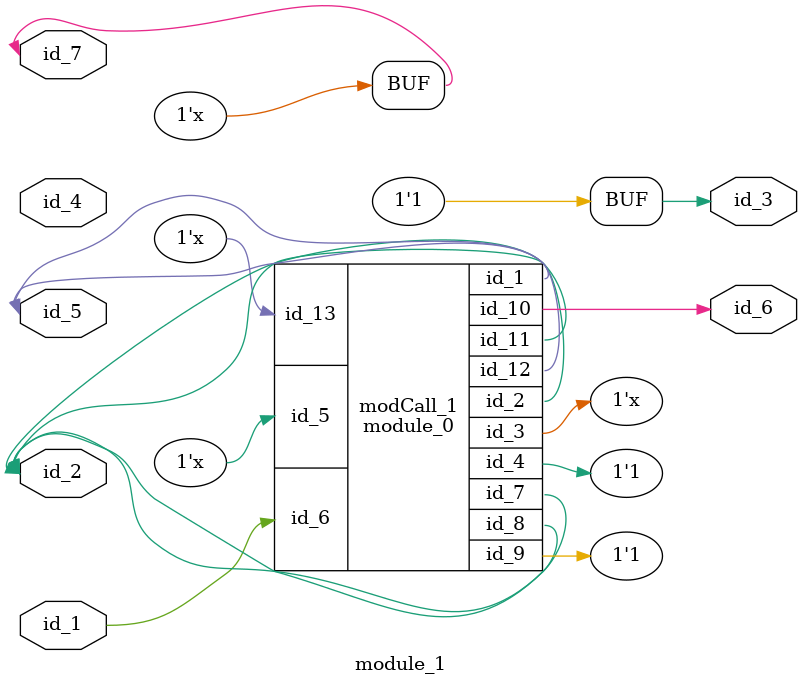
<source format=v>
module module_0 (
    id_1,
    id_2,
    id_3,
    id_4,
    id_5,
    id_6,
    id_7,
    id_8,
    id_9,
    id_10,
    id_11,
    id_12,
    id_13
);
  input wire id_13;
  inout wire id_12;
  inout wire id_11;
  output wire id_10;
  output wire id_9;
  output wire id_8;
  output wire id_7;
  input wire id_6;
  input wire id_5;
  output wire id_4;
  output wire id_3;
  inout wire id_2;
  output wire id_1;
  localparam id_14 = -1'b0;
  assign id_8 = 1;
  wire id_15;
  initial if (-1) id_8 = 1 - id_5;
endmodule
module module_1 (
    id_1,
    id_2,
    id_3,
    id_4,
    id_5,
    id_6,
    id_7
);
  inout wire id_7;
  output wire id_6;
  inout wire id_5;
  input wire id_4;
  output wire id_3;
  inout wire id_2;
  input wire id_1;
  assign id_7 = -1 & id_7;
  module_0 modCall_1 (
      id_5,
      id_2,
      id_7,
      id_3,
      id_7,
      id_1,
      id_2,
      id_2,
      id_3,
      id_6,
      id_2,
      id_5,
      id_7
  );
  assign id_3 = 1;
  assign id_7 = id_4[-1==-1];
endmodule

</source>
